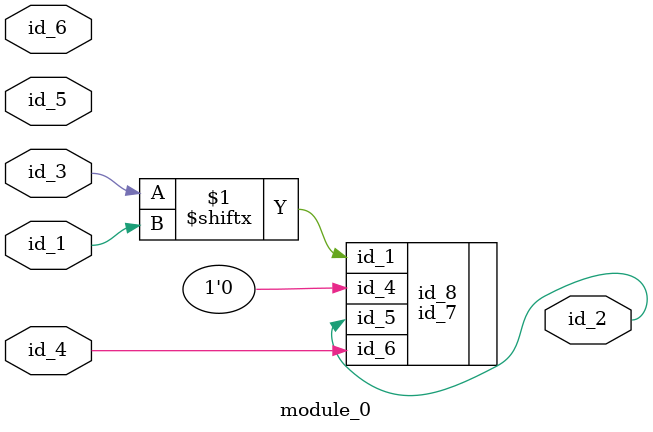
<source format=v>
module module_0 (
    id_1,
    id_2,
    id_3,
    id_4,
    id_5,
    id_6
);
  input id_6;
  input id_5;
  input id_4;
  input id_3;
  output id_2;
  input id_1;
  id_7 id_8 (
      .id_4(id_5),
      .id_6(id_4),
      .id_5(id_2),
      .id_1(id_3[id_1]),
      .id_4(1'b0)
  );
endmodule

</source>
